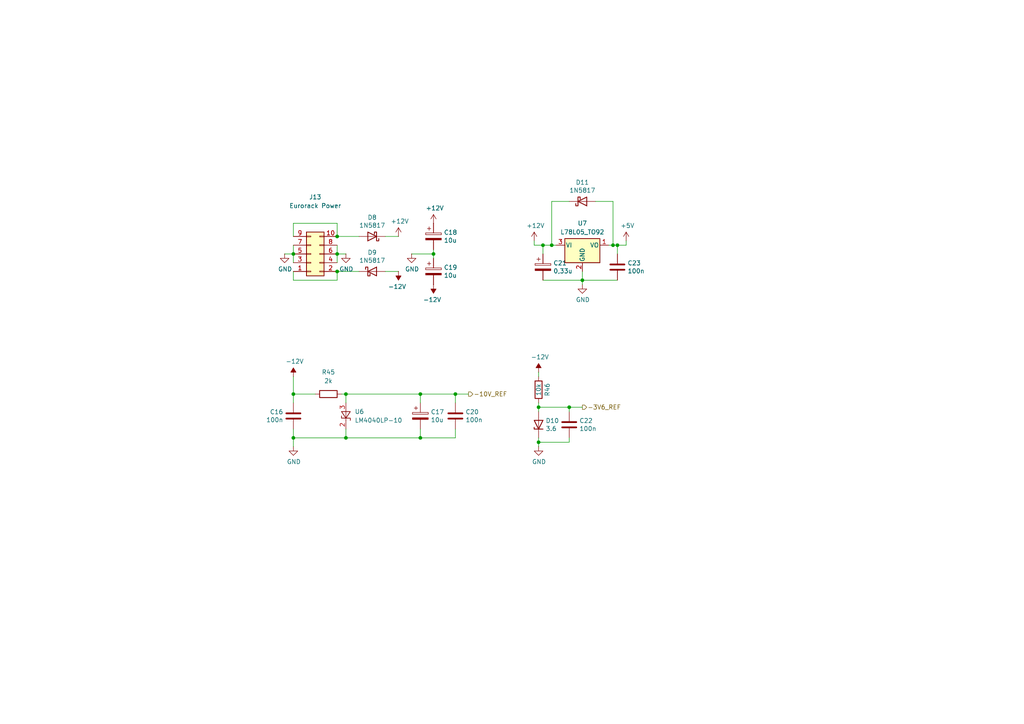
<source format=kicad_sch>
(kicad_sch (version 20231120) (generator "eeschema") (generator_version "8.0")
  (paper "A4")
  (title_block (title "Power") (date "2024-09-14") (rev "v0.1") (company "Sluisbrinkie"))
  (lib_symbols
    (symbol "Connector_Generic:Conn_02x05_Odd_Even" (pin_names (offset 1.016) hide)
      (property "Reference" "J" (at 1.27 7.62 0))
      (property "Value" "Conn_02x05_Odd_Even" (at 1.27 -7.62 0))
      (symbol "Conn_02x05_Odd_Even_1_1"
        (rectangle (start -1.27 -4.953) (end 0 -5.207) (stroke (width 0.1524)))
        (rectangle (start -1.27 -2.413) (end 0 -2.667) (stroke (width 0.1524)))
        (rectangle (start -1.27 0.127) (end 0 -0.127) (stroke (width 0.1524)))
        (rectangle (start -1.27 2.667) (end 0 2.413) (stroke (width 0.1524)))
        (rectangle (start -1.27 5.207) (end 0 4.953) (stroke (width 0.1524)))
        (rectangle (start -1.27 6.35) (end 3.81 -6.35) (stroke (width 0.254)) (fill (type background)))
        (rectangle (start 3.81 -4.953) (end 2.54 -5.207) (stroke (width 0.1524)))
        (rectangle (start 3.81 -2.413) (end 2.54 -2.667) (stroke (width 0.1524)))
        (rectangle (start 3.81 0.127) (end 2.54 -0.127) (stroke (width 0.1524)))
        (rectangle (start 3.81 2.667) (end 2.54 2.413) (stroke (width 0.1524)))
        (rectangle (start 3.81 5.207) (end 2.54 4.953) (stroke (width 0.1524)))
        (pin passive line (at -5.08 5.08 0) (length 3.81) (name "Pin_1") (number "1"))
        (pin passive line (at 7.62 -5.08 180) (length 3.81) (name "Pin_10") (number "10"))
        (pin passive line (at 7.62 5.08 180) (length 3.81) (name "Pin_2") (number "2"))
        (pin passive line (at -5.08 2.54 0) (length 3.81) (name "Pin_3") (number "3"))
        (pin passive line (at 7.62 2.54 180) (length 3.81) (name "Pin_4") (number "4"))
        (pin passive line (at -5.08 0 0) (length 3.81) (name "Pin_5") (number "5"))
        (pin passive line (at 7.62 0 180) (length 3.81) (name "Pin_6") (number "6"))
        (pin passive line (at -5.08 -2.54 0) (length 3.81) (name "Pin_7") (number "7"))
        (pin passive line (at 7.62 -2.54 180) (length 3.81) (name "Pin_8") (number "8"))
        (pin passive line (at -5.08 -5.08 0) (length 3.81) (name "Pin_9") (number "9"))
      )
    )
    (symbol "Device:C" (pin_numbers hide) (pin_names (offset 0.254))
      (property "Reference" "C" (at 0.635 2.54 0))
      (property "Value" "C" (at 0.635 -2.54 0))
      (symbol "C_0_1"
        (polyline (pts (xy -2.032 -0.762) (xy 2.032 -0.762)) (stroke (width 0.508)))
        (polyline (pts (xy -2.032 0.762) (xy 2.032 0.762)) (stroke (width 0.508)))
      )
      (symbol "C_1_1"
        (pin passive line (at 0 3.81 270) (length 2.794) (name "~") (number "1"))
        (pin passive line (at 0 -3.81 90) (length 2.794) (name "~") (number "2"))
      )
    )
    (symbol "Device:D_Zener" (pin_numbers hide) (pin_names (offset 1.016) hide)
      (property "Reference" "D" (at 0 2.54 0))
      (property "Value" "D_Zener" (at 0 -2.54 0))
      (symbol "D_Zener_0_1"
        (polyline (pts (xy 1.27 0) (xy -1.27 0)))
        (polyline (pts (xy -1.27 -1.27) (xy -1.27 1.27) (xy -0.762 1.27)) (stroke (width 0.254)))
        (polyline (pts (xy 1.27 -1.27) (xy 1.27 1.27) (xy -1.27 0) (xy 1.27 -1.27)) (stroke (width 0.254)))
      )
      (symbol "D_Zener_1_1"
        (pin passive line (at -3.81 0 0) (length 2.54) (name "K") (number "1"))
        (pin passive line (at 3.81 0 180) (length 2.54) (name "A") (number "2"))
      )
    )
    (symbol "Device:R" (pin_numbers hide) (pin_names (offset 0))
      (property "Reference" "R" (at 2.032 0 90))
      (property "Value" "R" (at 0 0 90))
      (symbol "R_0_1"
        (rectangle (start -1.016 -2.54) (end 1.016 2.54) (stroke (width 0.254)))
      )
      (symbol "R_1_1"
        (pin passive line (at 0 3.81 270) (length 1.27) (name "~") (number "1"))
        (pin passive line (at 0 -3.81 90) (length 1.27) (name "~") (number "2"))
      )
    )
    (symbol "Diode:1N5817" (pin_numbers hide) (pin_names (offset 1.016) hide)
      (property "Reference" "D" (at 0 2.54 0))
      (property "Value" "1N5817" (at 0 -2.54 0))
      (symbol "1N5817_0_1"
        (polyline (pts (xy 1.27 0) (xy -1.27 0)))
        (polyline (pts (xy 1.27 1.27) (xy 1.27 -1.27) (xy -1.27 0) (xy 1.27 1.27)) (stroke (width 0.254)))
        (polyline (pts (xy -1.905 0.635) (xy -1.905 1.27) (xy -1.27 1.27) (xy -1.27 -1.27) (xy -0.635 -1.27) (xy -0.635 -0.635)) (stroke (width 0.254)))
      )
      (symbol "1N5817_1_1"
        (pin passive line (at -3.81 0 0) (length 2.54) (name "K") (number "1"))
        (pin passive line (at 3.81 0 180) (length 2.54) (name "A") (number "2"))
      )
    )
    (symbol "PCM_Capacitor_AKL:CP_Radial_D8.0mm_P3.50mm" (pin_numbers hide) (pin_names (offset 0.254))
      (property "Reference" "C" (at 0.635 2.54 0))
      (property "Value" "CP_Radial_D8.0mm_P3.50mm" (at 0.635 -2.54 0))
      (symbol "CP_Radial_D8.0mm_P3.50mm_0_1"
        (rectangle (start -2.286 1.016) (end 2.286 0.508))
        (polyline (pts (xy -1.778 2.286) (xy -0.762 2.286)))
        (polyline (pts (xy -1.27 2.794) (xy -1.27 1.778)))
        (rectangle (start 2.286 -0.508) (end -2.286 -1.016) (fill (type outline)))
      )
      (symbol "CP_Radial_D8.0mm_P3.50mm_0_2"
        (polyline (pts (xy -2.54 -2.54) (xy -0.6604 -0.6604)))
        (polyline (pts (xy 0 2.032) (xy 1.016 2.032)))
        (polyline (pts (xy 0.508 2.54) (xy 0.508 1.524)))
        (polyline (pts (xy 0.6604 0.6604) (xy 2.54 2.54)))
        (polyline (pts (xy -1.8796 0.6096) (xy 0.6096 -1.8796) (xy 0.9652 -1.524) (xy -1.524 0.9652) (xy -1.8796 0.6096)) (fill (type outline)))
        (polyline (pts (xy -0.9652 1.524) (xy 1.524 -0.9652) (xy 1.8796 -0.6096) (xy -0.6096 1.8796) (xy -0.9652 1.524)))
      )
      (symbol "CP_Radial_D8.0mm_P3.50mm_1_1"
        (pin passive line (at 0 3.81 270) (length 2.794) (name "~") (number "1"))
        (pin passive line (at 0 -3.81 90) (length 2.794) (name "~") (number "2"))
      )
      (symbol "CP_Radial_D8.0mm_P3.50mm_1_2"
        (pin passive line (at 2.54 2.54 270) (length 0) (name "~") (number "1"))
        (pin passive line (at -2.54 -2.54 90) (length 0) (name "~") (number "2"))
      )
    )
    (symbol "Reference_Voltage:LM4040LP-10" (pin_names (offset 0.0254) hide)
      (property "Reference" "U" (at 0 2.54 0))
      (property "Value" "LM4040LP-10" (at 0 -3.175 0))
      (symbol "LM4040LP-10_0_1"
        (polyline (pts (xy -1.27 0) (xy 0 0) (xy 1.27 0)))
        (polyline (pts (xy -1.27 -1.27) (xy 0.635 0) (xy -1.27 1.27) (xy -1.27 -1.27)) (stroke (width 0.2032)))
        (polyline (pts (xy 0 -1.27) (xy 0.635 -1.27) (xy 0.635 1.27) (xy 1.27 1.27)) (stroke (width 0.2032)))
      )
      (symbol "LM4040LP-10_1_1"
        (pin no_connect line (at -1.27 0 0) (length 2.54) hide (name "NC") (number "1"))
        (pin passive line (at 3.81 0 180) (length 2.54) (name "K") (number "2"))
        (pin passive line (at -3.81 0 0) (length 2.54) (name "A") (number "3"))
      )
    )
    (symbol "Regulator_Linear:L78L05_TO92" (pin_names (offset 0.254))
      (property "Reference" "U" (at -3.81 3.175 0))
      (property "Value" "L78L05_TO92" (at 0 3.175 0))
      (symbol "L78L05_TO92_0_1"
        (rectangle (start -5.08 -5.08) (end 5.08 1.905) (stroke (width 0.254)) (fill (type background)))
      )
      (symbol "L78L05_TO92_1_1"
        (pin power_out line (at 7.62 0 180) (length 2.54) (name "VO") (number "1"))
        (pin power_in line (at 0 -7.62 90) (length 2.54) (name "GND") (number "2"))
        (pin power_in line (at -7.62 0 0) (length 2.54) (name "VI") (number "3"))
      )
    )
    (symbol "power:+12V" (power) (pin_numbers hide) (pin_names (offset 0) hide)
      (property "Value" "+12V" (at 0 3.556 0))
      (symbol "+12V_0_1"
        (polyline (pts (xy -0.762 1.27) (xy 0 2.54)))
        (polyline (pts (xy 0 0) (xy 0 2.54)))
        (polyline (pts (xy 0 2.54) (xy 0.762 1.27)))
      )
      (symbol "+12V_1_1"
        (pin power_in line (at 0 0 90) (length 0) (name "~") (number "1"))
      )
    )
    (symbol "power:+5V" (power) (pin_numbers hide) (pin_names (offset 0) hide)
      (property "Value" "+5V" (at 0 3.556 0))
      (symbol "+5V_0_1"
        (polyline (pts (xy -0.762 1.27) (xy 0 2.54)))
        (polyline (pts (xy 0 0) (xy 0 2.54)))
        (polyline (pts (xy 0 2.54) (xy 0.762 1.27)))
      )
      (symbol "+5V_1_1"
        (pin power_in line (at 0 0 90) (length 0) (name "~") (number "1"))
      )
    )
    (symbol "power:-12V" (power) (pin_numbers hide) (pin_names (offset 0) hide)
      (property "Value" "-12V" (at 0 3.556 0))
      (symbol "-12V_0_0"
        (pin power_in line (at 0 0 90) (length 0) (name "~") (number "1"))
      )
      (symbol "-12V_0_1"
        (polyline (pts (xy 0 0) (xy 0 1.27) (xy 0.762 1.27) (xy 0 2.54) (xy -0.762 1.27) (xy 0 1.27)) (fill (type outline)))
      )
    )
    (symbol "power:GND" (power) (pin_numbers hide) (pin_names (offset 0) hide)
      (property "Value" "GND" (at 0 -3.81 0))
      (symbol "GND_0_1"
        (polyline (pts (xy 0 0) (xy 0 -1.27) (xy 1.27 -1.27) (xy 0 -2.54) (xy -1.27 -1.27) (xy 0 -1.27)))
      )
      (symbol "GND_1_1"
        (pin power_in line (at 0 0 270) (length 0) (name "~") (number "1"))
      )
    )
  )
  (junction (at 177.8 71.12))
  (junction (at 156.21 118.11))
  (junction (at 97.79 73.66))
  (junction (at 125.73 73.66))
  (junction (at 85.09 127))
  (junction (at 97.79 78.74))
  (junction (at 100.33 127))
  (junction (at 156.21 128.27))
  (junction (at 85.09 114.3))
  (junction (at 100.33 114.3))
  (junction (at 97.79 68.58))
  (junction (at 121.92 127))
  (junction (at 121.92 114.3))
  (junction (at 179.07 71.12))
  (junction (at 160.02 71.12))
  (junction (at 132.08 114.3))
  (junction (at 165.1 118.11))
  (junction (at 157.48 71.12))
  (junction (at 168.91 81.28))
  (junction (at 85.09 73.66))
  (wire (pts (xy 119.38 73.66) (xy 125.73 73.66)))
  (wire (pts (xy 100.33 114.3) (xy 121.92 114.3)))
  (wire (pts (xy 181.61 69.85) (xy 181.61 71.12)))
  (wire (pts (xy 100.33 114.3) (xy 100.33 116.84)))
  (wire (pts (xy 132.08 114.3) (xy 135.89 114.3)))
  (wire (pts (xy 132.08 124.46) (xy 132.08 127)))
  (wire (pts (xy 160.02 58.42) (xy 160.02 71.12)))
  (wire (pts (xy 156.21 119.38) (xy 156.21 118.11)))
  (wire (pts (xy 111.76 78.74) (xy 115.57 78.74)))
  (wire (pts (xy 157.48 81.28) (xy 168.91 81.28)))
  (wire (pts (xy 85.09 114.3) (xy 91.44 114.3)))
  (wire (pts (xy 125.73 73.66) (xy 125.73 74.93)))
  (wire (pts (xy 85.09 68.58) (xy 85.09 64.77)))
  (wire (pts (xy 156.21 128.27) (xy 165.1 128.27)))
  (wire (pts (xy 97.79 73.66) (xy 97.79 76.2)))
  (wire (pts (xy 85.09 81.28) (xy 97.79 81.28)))
  (wire (pts (xy 165.1 128.27) (xy 165.1 127)))
  (wire (pts (xy 181.61 71.12) (xy 179.07 71.12)))
  (wire (pts (xy 100.33 124.46) (xy 100.33 127)))
  (wire (pts (xy 121.92 114.3) (xy 121.92 116.84)))
  (wire (pts (xy 165.1 58.42) (xy 160.02 58.42)))
  (wire (pts (xy 156.21 116.84) (xy 156.21 118.11)))
  (wire (pts (xy 156.21 118.11) (xy 165.1 118.11)))
  (wire (pts (xy 97.79 64.77) (xy 97.79 68.58)))
  (wire (pts (xy 179.07 71.12) (xy 179.07 73.66)))
  (wire (pts (xy 121.92 127) (xy 100.33 127)))
  (wire (pts (xy 85.09 124.46) (xy 85.09 127)))
  (wire (pts (xy 168.91 81.28) (xy 179.07 81.28)))
  (wire (pts (xy 85.09 127) (xy 85.09 129.54)))
  (wire (pts (xy 160.02 71.12) (xy 161.29 71.12)))
  (wire (pts (xy 85.09 71.12) (xy 85.09 73.66)))
  (wire (pts (xy 121.92 124.46) (xy 121.92 127)))
  (wire (pts (xy 168.91 78.74) (xy 168.91 81.28)))
  (wire (pts (xy 85.09 114.3) (xy 85.09 116.84)))
  (wire (pts (xy 99.06 114.3) (xy 100.33 114.3)))
  (wire (pts (xy 85.09 78.74) (xy 85.09 81.28)))
  (wire (pts (xy 176.53 71.12) (xy 177.8 71.12)))
  (wire (pts (xy 177.8 71.12) (xy 177.8 58.42)))
  (wire (pts (xy 121.92 114.3) (xy 132.08 114.3)))
  (wire (pts (xy 115.57 68.58) (xy 111.76 68.58)))
  (wire (pts (xy 85.09 109.22) (xy 85.09 114.3)))
  (wire (pts (xy 85.09 73.66) (xy 85.09 76.2)))
  (wire (pts (xy 156.21 129.54) (xy 156.21 128.27)))
  (wire (pts (xy 125.73 73.66) (xy 125.73 72.39)))
  (wire (pts (xy 165.1 118.11) (xy 168.91 118.11)))
  (wire (pts (xy 132.08 114.3) (xy 132.08 116.84)))
  (wire (pts (xy 177.8 71.12) (xy 179.07 71.12)))
  (wire (pts (xy 154.94 71.12) (xy 157.48 71.12)))
  (wire (pts (xy 157.48 71.12) (xy 160.02 71.12)))
  (wire (pts (xy 97.79 78.74) (xy 104.14 78.74)))
  (wire (pts (xy 100.33 127) (xy 85.09 127)))
  (wire (pts (xy 85.09 64.77) (xy 97.79 64.77)))
  (wire (pts (xy 165.1 119.38) (xy 165.1 118.11)))
  (wire (pts (xy 156.21 127) (xy 156.21 128.27)))
  (wire (pts (xy 157.48 73.66) (xy 157.48 71.12)))
  (wire (pts (xy 82.55 73.66) (xy 85.09 73.66)))
  (wire (pts (xy 156.21 107.95) (xy 156.21 109.22)))
  (wire (pts (xy 100.33 73.66) (xy 97.79 73.66)))
  (wire (pts (xy 172.72 58.42) (xy 177.8 58.42)))
  (wire (pts (xy 154.94 69.85) (xy 154.94 71.12)))
  (wire (pts (xy 97.79 81.28) (xy 97.79 78.74)))
  (wire (pts (xy 168.91 82.55) (xy 168.91 81.28)))
  (wire (pts (xy 97.79 71.12) (xy 97.79 73.66)))
  (wire (pts (xy 132.08 127) (xy 121.92 127)))
  (wire (pts (xy 97.79 68.58) (xy 104.14 68.58)))
  (hierarchical_label "-10V_REF" (shape output) (at 135.89 114.3 0))
  (hierarchical_label "-3V6_REF" (shape output) (at 168.91 118.11 0))
  (symbol (lib_id "PCM_Capacitor_AKL:CP_Radial_D8.0mm_P3.50mm") (at 121.92 120.65 0) (unit 1)
    (property "Reference" "C17" (at 124.9172 119.4816 0) (effects (justify left)))
    (property "Value" "10u" (at 124.9172 121.793 0) (effects (justify left)))
    (property "Footprint" "Capacitor_THT:CP_Radial_D8.0mm_P3.50mm" (effects (hide yes)))
  )
  (symbol (lib_id "power:-12V") (at 115.57 78.74 180) (unit 1)
    (property "Reference" "#PWR062" (effects (hide yes)))
    (property "Value" "-12V" (at 115.189 83.1342 0))
  )
  (symbol (lib_id "Diode:1N5817") (at 168.91 58.42 0) (mirror x) (unit 1)
    (property "Reference" "D11" (at 168.91 52.9082 0))
    (property "Value" "1N5817" (at 168.91 55.2196 0))
    (property "Footprint" "Diode_THT:D_DO-41_SOD81_P10.16mm_Horizontal" (effects (hide yes)))
    (property "Datasheet" "http://www.vishay.com/docs/88525/1n5817.pdf" (effects (hide yes)))
  )
  (symbol (lib_id "power:GND") (at 156.21 129.54 0) (unit 1)
    (property "Reference" "#PWR068" (effects (hide yes)))
    (property "Value" "GND" (at 156.337 133.9342 0))
  )
  (symbol (lib_id "Device:R") (at 156.21 113.03 180) (unit 1)
    (property "Reference" "R46" (at 158.75 113.03 90))
    (property "Value" "10k" (at 156.21 113.03 90))
    (property "Footprint" "Resistor_THT:R_Axial_DIN0207_L6.3mm_D2.5mm_P7.62mm_Horizontal" (effects (hide yes)))
  )
  (symbol (lib_id "Diode:1N5817") (at 107.95 78.74 0) (unit 1)
    (property "Reference" "D9" (at 107.95 73.2282 0))
    (property "Value" "1N5817" (at 107.95 75.5396 0))
    (property "Footprint" "Diode_THT:D_DO-41_SOD81_P10.16mm_Horizontal" (effects (hide yes)))
    (property "Datasheet" "http://www.vishay.com/docs/88525/1n5817.pdf" (effects (hide yes)))
  )
  (symbol (lib_id "power:GND") (at 168.91 82.55 0) (unit 1)
    (property "Reference" "#PWR069" (effects (hide yes)))
    (property "Value" "GND" (at 169.037 86.9442 0))
  )
  (symbol (lib_id "PCM_Capacitor_AKL:CP_Radial_D8.0mm_P3.50mm") (at 125.73 78.74 0) (unit 1)
    (property "Reference" "C19" (at 128.7272 77.5716 0) (effects (justify left)))
    (property "Value" "10u" (at 128.7272 79.883 0) (effects (justify left)))
    (property "Footprint" "Capacitor_THT:CP_Radial_D8.0mm_P3.50mm" (effects (hide yes)))
  )
  (symbol (lib_id "PCM_Capacitor_AKL:CP_Radial_D8.0mm_P3.50mm") (at 157.48 77.47 0) (unit 1)
    (property "Reference" "C21" (at 160.4772 76.3016 0) (effects (justify left)))
    (property "Value" "0,33u" (at 160.4772 78.613 0) (effects (justify left)))
    (property "Footprint" "Capacitor_THT:C_Rect_L10.0mm_W4.0mm_P7.50mm_MKS4" (effects (hide yes)))
  )
  (symbol (lib_id "Regulator_Linear:L78L05_TO92") (at 168.91 71.12 0) (unit 1)
    (property "Reference" "U7" (at 168.91 64.77 0))
    (property "Value" "L78L05_TO92" (at 168.91 67.31 0))
    (property "Footprint" "Package_TO_SOT_THT:TO-92L_Inline_Wide" (effects (hide yes)))
    (property "Datasheet" "http://www.st.com/content/ccc/resource/technical/document/datasheet/15/55/e5/aa/23/5b/43/fd/CD00000446.pdf/files/CD00000446.pdf/jcr:content/translations/en.CD00000446.pdf" (effects (hide yes)))
    (property "Description" "Positive 100mA 30V Linear Regulator, Fixed Output 5V, TO-92" (effects (hide yes)))
  )
  (symbol (lib_id "Device:R") (at 95.25 114.3 90) (unit 1)
    (property "Reference" "R45" (at 95.25 107.95 90))
    (property "Value" "2k" (at 95.25 110.49 90))
    (property "Footprint" "Resistor_THT:R_Axial_DIN0207_L6.3mm_D2.5mm_P7.62mm_Horizontal" (effects (hide yes)))
    (property "Description" "Resistor" (effects (hide yes)))
  )
  (symbol (lib_id "power:+12V") (at 115.57 68.58 0) (unit 1)
    (property "Reference" "#PWR061" (effects (hide yes)))
    (property "Value" "+12V" (at 115.951 64.1858 0))
  )
  (symbol (lib_id "Device:C") (at 179.07 77.47 0) (unit 1)
    (property "Reference" "C23" (at 181.991 76.3016 0) (effects (justify left)))
    (property "Value" "100n" (at 181.991 78.613 0) (effects (justify left)))
    (property "Footprint" "Capacitor_THT:C_Rect_L10.0mm_W4.0mm_P7.50mm_MKS4" (effects (hide yes)))
  )
  (symbol (lib_id "Device:C") (at 165.1 123.19 0) (unit 1)
    (property "Reference" "C22" (at 168.021 122.0216 0) (effects (justify left)))
    (property "Value" "100n" (at 168.021 124.333 0) (effects (justify left)))
    (property "Footprint" "Capacitor_THT:C_Rect_L10.0mm_W4.0mm_P7.50mm_MKS4" (effects (hide yes)))
  )
  (symbol (lib_id "power:GND") (at 85.09 129.54 0) (unit 1)
    (property "Reference" "#PWR059" (effects (hide yes)))
    (property "Value" "GND" (at 85.217 133.9342 0))
  )
  (symbol (lib_id "power:+5V") (at 181.61 69.85 0) (unit 1)
    (property "Reference" "#PWR070" (effects (hide yes)))
    (property "Value" "+5V" (at 181.991 65.4558 0))
  )
  (symbol (lib_id "power:-12V") (at 156.21 107.95 0) (unit 1)
    (property "Reference" "#PWR067" (effects (hide yes)))
    (property "Value" "-12V" (at 156.591 103.5558 0))
  )
  (symbol (lib_id "Connector_Generic:Conn_02x05_Odd_Even") (at 90.17 73.66 0) (mirror x) (unit 1)
    (property "Reference" "J13" (at 91.44 57.15 0))
    (property "Value" "Eurorack Power" (at 91.44 59.69 0))
    (property "Footprint" "Connector_IDC:IDC-Header_2x05_P2.54mm_Vertical" (effects (hide yes)))
  )
  (symbol (lib_id "power:+12V") (at 154.94 69.85 0) (unit 1)
    (property "Reference" "#PWR066" (effects (hide yes)))
    (property "Value" "+12V" (at 155.321 65.4558 0))
  )
  (symbol (lib_id "power:-12V") (at 125.73 82.55 180) (unit 1)
    (property "Reference" "#PWR065" (effects (hide yes)))
    (property "Value" "-12V" (at 125.349 86.9442 0))
  )
  (symbol (lib_id "PCM_Capacitor_AKL:CP_Radial_D8.0mm_P3.50mm") (at 125.73 68.58 0) (unit 1)
    (property "Reference" "C18" (at 128.7272 67.4116 0) (effects (justify left)))
    (property "Value" "10u" (at 128.7272 69.723 0) (effects (justify left)))
    (property "Footprint" "Capacitor_THT:CP_Radial_D8.0mm_P3.50mm" (effects (hide yes)))
  )
  (symbol (lib_id "Device:C") (at 85.09 120.65 0) (mirror y) (unit 1)
    (property "Reference" "C16" (at 82.169 119.4816 0) (effects (justify left)))
    (property "Value" "100n" (at 82.169 121.793 0) (effects (justify left)))
    (property "Footprint" "Capacitor_THT:C_Rect_L10.0mm_W4.0mm_P7.50mm_MKS4" (effects (hide yes)))
  )
  (symbol (lib_id "power:GND") (at 82.55 73.66 0) (unit 1)
    (property "Reference" "#PWR057" (effects (hide yes)))
    (property "Value" "GND" (at 82.677 78.0542 0))
  )
  (symbol (lib_id "Device:D_Zener") (at 156.21 123.19 90) (unit 1)
    (property "Reference" "D10" (at 158.242 122.0216 90) (effects (justify right)))
    (property "Value" "3.6" (at 158.242 124.333 90) (effects (justify right)))
    (property "Footprint" "Diode_THT:D_DO-35_SOD27_P7.62mm_Horizontal" (effects (hide yes)))
  )
  (symbol (lib_id "Diode:1N5817") (at 107.95 68.58 180) (unit 1)
    (property "Reference" "D8" (at 107.95 63.0682 0))
    (property "Value" "1N5817" (at 107.95 65.3796 0))
    (property "Footprint" "Diode_THT:D_DO-41_SOD81_P10.16mm_Horizontal" (effects (hide yes)))
    (property "Datasheet" "http://www.vishay.com/docs/88525/1n5817.pdf" (effects (hide yes)))
  )
  (symbol (lib_id "power:GND") (at 100.33 73.66 0) (unit 1)
    (property "Reference" "#PWR060" (effects (hide yes)))
    (property "Value" "GND" (at 100.457 78.0542 0))
  )
  (symbol (lib_id "power:-12V") (at 85.09 109.22 0) (unit 1)
    (property "Reference" "#PWR058" (effects (hide yes)))
    (property "Value" "-12V" (at 85.471 104.8258 0))
  )
  (symbol (lib_id "Reference_Voltage:LM4040LP-10") (at 100.33 120.65 270) (unit 1)
    (property "Reference" "U6" (at 102.87 119.3799 90) (effects (justify left)))
    (property "Value" "LM4040LP-10" (at 102.87 121.9199 90) (effects (justify left)))
    (property "Footprint" "Package_TO_SOT_THT:TO-92_Inline_Wide" (effects (hide yes)))
    (property "Datasheet" "http://www.ti.com/lit/ds/symlink/lm4040-n.pdf" (effects (hide yes)))
    (property "Description" "10.00V Precision Micropower Shunt Voltage Reference, TO-92" (effects (hide yes)))
  )
  (symbol (lib_id "Device:C") (at 132.08 120.65 0) (unit 1)
    (property "Reference" "C20" (at 135.001 119.4816 0) (effects (justify left)))
    (property "Value" "100n" (at 135.001 121.793 0) (effects (justify left)))
    (property "Footprint" "Capacitor_THT:C_Rect_L10.0mm_W4.0mm_P7.50mm_MKS4" (effects (hide yes)))
  )
  (symbol (lib_id "power:GND") (at 119.38 73.66 0) (unit 1)
    (property "Reference" "#PWR063" (effects (hide yes)))
    (property "Value" "GND" (at 119.507 78.0542 0))
  )
  (symbol (lib_id "power:+12V") (at 125.73 64.77 0) (unit 1)
    (property "Reference" "#PWR064" (effects (hide yes)))
    (property "Value" "+12V" (at 126.111 60.3758 0))
  )
)
</source>
